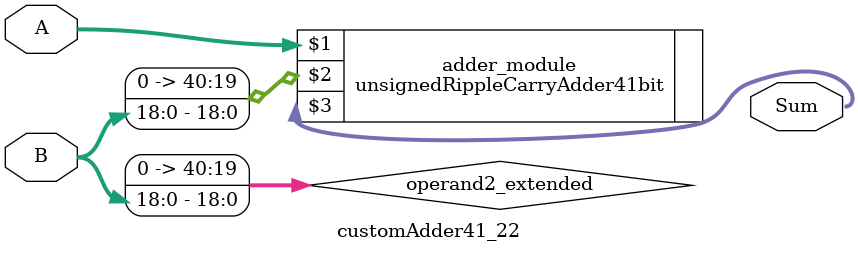
<source format=v>
module customAdder41_22(
                        input [40 : 0] A,
                        input [18 : 0] B,
                        
                        output [41 : 0] Sum
                );

        wire [40 : 0] operand2_extended;
        
        assign operand2_extended =  {22'b0, B};
        
        unsignedRippleCarryAdder41bit adder_module(
            A,
            operand2_extended,
            Sum
        );
        
        endmodule
        
</source>
